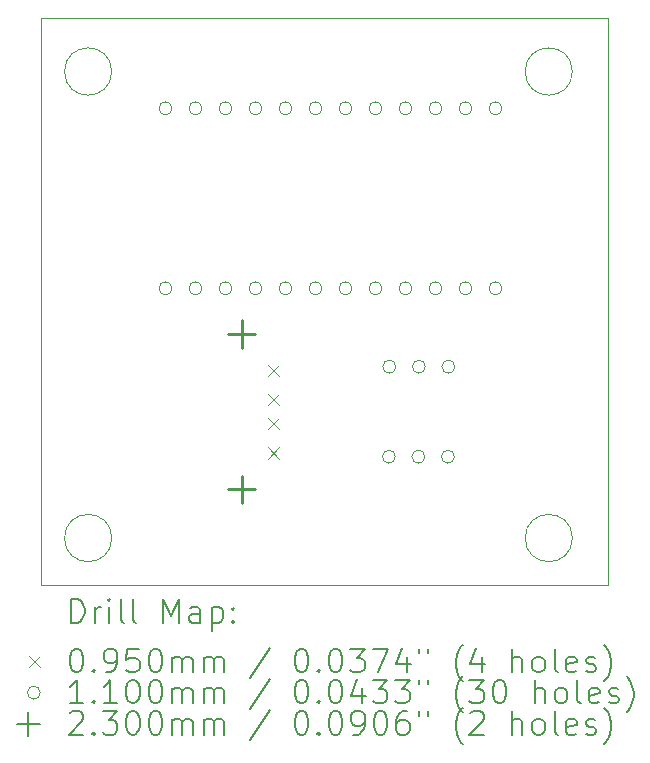
<source format=gbr>
%TF.GenerationSoftware,KiCad,Pcbnew,7.0.7*%
%TF.CreationDate,2023-11-15T19:42:13-08:00*%
%TF.ProjectId,servocontrollerproject,73657276-6f63-46f6-9e74-726f6c6c6572,rev?*%
%TF.SameCoordinates,Original*%
%TF.FileFunction,Drillmap*%
%TF.FilePolarity,Positive*%
%FSLAX45Y45*%
G04 Gerber Fmt 4.5, Leading zero omitted, Abs format (unit mm)*
G04 Created by KiCad (PCBNEW 7.0.7) date 2023-11-15 19:42:14*
%MOMM*%
%LPD*%
G01*
G04 APERTURE LIST*
%ADD10C,0.100000*%
%ADD11C,0.200000*%
%ADD12C,0.095000*%
%ADD13C,0.110000*%
%ADD14C,0.230000*%
G04 APERTURE END LIST*
D10*
X13550000Y-8100000D02*
X18350000Y-8100000D01*
X18350000Y-12900000D01*
X13550000Y-12900000D01*
X13550000Y-8100000D01*
X14150000Y-8550000D02*
G75*
G03*
X14150000Y-8550000I-200000J0D01*
G01*
X18050000Y-8550000D02*
G75*
G03*
X18050000Y-8550000I-200000J0D01*
G01*
X18050000Y-12500000D02*
G75*
G03*
X18050000Y-12500000I-200000J0D01*
G01*
X14150000Y-12500000D02*
G75*
G03*
X14150000Y-12500000I-200000J0D01*
G01*
D11*
D12*
X15474500Y-11032500D02*
X15569500Y-11127500D01*
X15569500Y-11032500D02*
X15474500Y-11127500D01*
X15474500Y-11282500D02*
X15569500Y-11377500D01*
X15569500Y-11282500D02*
X15474500Y-11377500D01*
X15474500Y-11482500D02*
X15569500Y-11577500D01*
X15569500Y-11482500D02*
X15474500Y-11577500D01*
X15474500Y-11732500D02*
X15569500Y-11827500D01*
X15569500Y-11732500D02*
X15474500Y-11827500D01*
D13*
X14660000Y-8861500D02*
G75*
G03*
X14660000Y-8861500I-55000J0D01*
G01*
X14660000Y-10385500D02*
G75*
G03*
X14660000Y-10385500I-55000J0D01*
G01*
X14914000Y-8861500D02*
G75*
G03*
X14914000Y-8861500I-55000J0D01*
G01*
X14914000Y-10385500D02*
G75*
G03*
X14914000Y-10385500I-55000J0D01*
G01*
X15168000Y-8861500D02*
G75*
G03*
X15168000Y-8861500I-55000J0D01*
G01*
X15168000Y-10385500D02*
G75*
G03*
X15168000Y-10385500I-55000J0D01*
G01*
X15422000Y-8861500D02*
G75*
G03*
X15422000Y-8861500I-55000J0D01*
G01*
X15422000Y-10385500D02*
G75*
G03*
X15422000Y-10385500I-55000J0D01*
G01*
X15676000Y-8861500D02*
G75*
G03*
X15676000Y-8861500I-55000J0D01*
G01*
X15676000Y-10385500D02*
G75*
G03*
X15676000Y-10385500I-55000J0D01*
G01*
X15930000Y-8861500D02*
G75*
G03*
X15930000Y-8861500I-55000J0D01*
G01*
X15930000Y-10385500D02*
G75*
G03*
X15930000Y-10385500I-55000J0D01*
G01*
X16184000Y-8861500D02*
G75*
G03*
X16184000Y-8861500I-55000J0D01*
G01*
X16184000Y-10385500D02*
G75*
G03*
X16184000Y-10385500I-55000J0D01*
G01*
X16438000Y-8861500D02*
G75*
G03*
X16438000Y-8861500I-55000J0D01*
G01*
X16438000Y-10385500D02*
G75*
G03*
X16438000Y-10385500I-55000J0D01*
G01*
X16551000Y-11811000D02*
G75*
G03*
X16551000Y-11811000I-55000J0D01*
G01*
X16555000Y-11049000D02*
G75*
G03*
X16555000Y-11049000I-55000J0D01*
G01*
X16692000Y-8861500D02*
G75*
G03*
X16692000Y-8861500I-55000J0D01*
G01*
X16692000Y-10385500D02*
G75*
G03*
X16692000Y-10385500I-55000J0D01*
G01*
X16801000Y-11811000D02*
G75*
G03*
X16801000Y-11811000I-55000J0D01*
G01*
X16805000Y-11049000D02*
G75*
G03*
X16805000Y-11049000I-55000J0D01*
G01*
X16946000Y-8861500D02*
G75*
G03*
X16946000Y-8861500I-55000J0D01*
G01*
X16946000Y-10385500D02*
G75*
G03*
X16946000Y-10385500I-55000J0D01*
G01*
X17051000Y-11811000D02*
G75*
G03*
X17051000Y-11811000I-55000J0D01*
G01*
X17055000Y-11049000D02*
G75*
G03*
X17055000Y-11049000I-55000J0D01*
G01*
X17200000Y-8861500D02*
G75*
G03*
X17200000Y-8861500I-55000J0D01*
G01*
X17200000Y-10385500D02*
G75*
G03*
X17200000Y-10385500I-55000J0D01*
G01*
X17454000Y-8861500D02*
G75*
G03*
X17454000Y-8861500I-55000J0D01*
G01*
X17454000Y-10385500D02*
G75*
G03*
X17454000Y-10385500I-55000J0D01*
G01*
D14*
X15251000Y-10658000D02*
X15251000Y-10888000D01*
X15136000Y-10773000D02*
X15366000Y-10773000D01*
X15251000Y-11972000D02*
X15251000Y-12202000D01*
X15136000Y-12087000D02*
X15366000Y-12087000D01*
D11*
X13805777Y-13216484D02*
X13805777Y-13016484D01*
X13805777Y-13016484D02*
X13853396Y-13016484D01*
X13853396Y-13016484D02*
X13881967Y-13026008D01*
X13881967Y-13026008D02*
X13901015Y-13045055D01*
X13901015Y-13045055D02*
X13910539Y-13064103D01*
X13910539Y-13064103D02*
X13920062Y-13102198D01*
X13920062Y-13102198D02*
X13920062Y-13130769D01*
X13920062Y-13130769D02*
X13910539Y-13168865D01*
X13910539Y-13168865D02*
X13901015Y-13187912D01*
X13901015Y-13187912D02*
X13881967Y-13206960D01*
X13881967Y-13206960D02*
X13853396Y-13216484D01*
X13853396Y-13216484D02*
X13805777Y-13216484D01*
X14005777Y-13216484D02*
X14005777Y-13083150D01*
X14005777Y-13121246D02*
X14015301Y-13102198D01*
X14015301Y-13102198D02*
X14024824Y-13092674D01*
X14024824Y-13092674D02*
X14043872Y-13083150D01*
X14043872Y-13083150D02*
X14062920Y-13083150D01*
X14129586Y-13216484D02*
X14129586Y-13083150D01*
X14129586Y-13016484D02*
X14120062Y-13026008D01*
X14120062Y-13026008D02*
X14129586Y-13035531D01*
X14129586Y-13035531D02*
X14139110Y-13026008D01*
X14139110Y-13026008D02*
X14129586Y-13016484D01*
X14129586Y-13016484D02*
X14129586Y-13035531D01*
X14253396Y-13216484D02*
X14234348Y-13206960D01*
X14234348Y-13206960D02*
X14224824Y-13187912D01*
X14224824Y-13187912D02*
X14224824Y-13016484D01*
X14358158Y-13216484D02*
X14339110Y-13206960D01*
X14339110Y-13206960D02*
X14329586Y-13187912D01*
X14329586Y-13187912D02*
X14329586Y-13016484D01*
X14586729Y-13216484D02*
X14586729Y-13016484D01*
X14586729Y-13016484D02*
X14653396Y-13159341D01*
X14653396Y-13159341D02*
X14720062Y-13016484D01*
X14720062Y-13016484D02*
X14720062Y-13216484D01*
X14901015Y-13216484D02*
X14901015Y-13111722D01*
X14901015Y-13111722D02*
X14891491Y-13092674D01*
X14891491Y-13092674D02*
X14872443Y-13083150D01*
X14872443Y-13083150D02*
X14834348Y-13083150D01*
X14834348Y-13083150D02*
X14815301Y-13092674D01*
X14901015Y-13206960D02*
X14881967Y-13216484D01*
X14881967Y-13216484D02*
X14834348Y-13216484D01*
X14834348Y-13216484D02*
X14815301Y-13206960D01*
X14815301Y-13206960D02*
X14805777Y-13187912D01*
X14805777Y-13187912D02*
X14805777Y-13168865D01*
X14805777Y-13168865D02*
X14815301Y-13149817D01*
X14815301Y-13149817D02*
X14834348Y-13140293D01*
X14834348Y-13140293D02*
X14881967Y-13140293D01*
X14881967Y-13140293D02*
X14901015Y-13130769D01*
X14996253Y-13083150D02*
X14996253Y-13283150D01*
X14996253Y-13092674D02*
X15015301Y-13083150D01*
X15015301Y-13083150D02*
X15053396Y-13083150D01*
X15053396Y-13083150D02*
X15072443Y-13092674D01*
X15072443Y-13092674D02*
X15081967Y-13102198D01*
X15081967Y-13102198D02*
X15091491Y-13121246D01*
X15091491Y-13121246D02*
X15091491Y-13178388D01*
X15091491Y-13178388D02*
X15081967Y-13197436D01*
X15081967Y-13197436D02*
X15072443Y-13206960D01*
X15072443Y-13206960D02*
X15053396Y-13216484D01*
X15053396Y-13216484D02*
X15015301Y-13216484D01*
X15015301Y-13216484D02*
X14996253Y-13206960D01*
X15177205Y-13197436D02*
X15186729Y-13206960D01*
X15186729Y-13206960D02*
X15177205Y-13216484D01*
X15177205Y-13216484D02*
X15167682Y-13206960D01*
X15167682Y-13206960D02*
X15177205Y-13197436D01*
X15177205Y-13197436D02*
X15177205Y-13216484D01*
X15177205Y-13092674D02*
X15186729Y-13102198D01*
X15186729Y-13102198D02*
X15177205Y-13111722D01*
X15177205Y-13111722D02*
X15167682Y-13102198D01*
X15167682Y-13102198D02*
X15177205Y-13092674D01*
X15177205Y-13092674D02*
X15177205Y-13111722D01*
D12*
X13450000Y-13497500D02*
X13545000Y-13592500D01*
X13545000Y-13497500D02*
X13450000Y-13592500D01*
D11*
X13843872Y-13436484D02*
X13862920Y-13436484D01*
X13862920Y-13436484D02*
X13881967Y-13446008D01*
X13881967Y-13446008D02*
X13891491Y-13455531D01*
X13891491Y-13455531D02*
X13901015Y-13474579D01*
X13901015Y-13474579D02*
X13910539Y-13512674D01*
X13910539Y-13512674D02*
X13910539Y-13560293D01*
X13910539Y-13560293D02*
X13901015Y-13598388D01*
X13901015Y-13598388D02*
X13891491Y-13617436D01*
X13891491Y-13617436D02*
X13881967Y-13626960D01*
X13881967Y-13626960D02*
X13862920Y-13636484D01*
X13862920Y-13636484D02*
X13843872Y-13636484D01*
X13843872Y-13636484D02*
X13824824Y-13626960D01*
X13824824Y-13626960D02*
X13815301Y-13617436D01*
X13815301Y-13617436D02*
X13805777Y-13598388D01*
X13805777Y-13598388D02*
X13796253Y-13560293D01*
X13796253Y-13560293D02*
X13796253Y-13512674D01*
X13796253Y-13512674D02*
X13805777Y-13474579D01*
X13805777Y-13474579D02*
X13815301Y-13455531D01*
X13815301Y-13455531D02*
X13824824Y-13446008D01*
X13824824Y-13446008D02*
X13843872Y-13436484D01*
X13996253Y-13617436D02*
X14005777Y-13626960D01*
X14005777Y-13626960D02*
X13996253Y-13636484D01*
X13996253Y-13636484D02*
X13986729Y-13626960D01*
X13986729Y-13626960D02*
X13996253Y-13617436D01*
X13996253Y-13617436D02*
X13996253Y-13636484D01*
X14101015Y-13636484D02*
X14139110Y-13636484D01*
X14139110Y-13636484D02*
X14158158Y-13626960D01*
X14158158Y-13626960D02*
X14167682Y-13617436D01*
X14167682Y-13617436D02*
X14186729Y-13588865D01*
X14186729Y-13588865D02*
X14196253Y-13550769D01*
X14196253Y-13550769D02*
X14196253Y-13474579D01*
X14196253Y-13474579D02*
X14186729Y-13455531D01*
X14186729Y-13455531D02*
X14177205Y-13446008D01*
X14177205Y-13446008D02*
X14158158Y-13436484D01*
X14158158Y-13436484D02*
X14120062Y-13436484D01*
X14120062Y-13436484D02*
X14101015Y-13446008D01*
X14101015Y-13446008D02*
X14091491Y-13455531D01*
X14091491Y-13455531D02*
X14081967Y-13474579D01*
X14081967Y-13474579D02*
X14081967Y-13522198D01*
X14081967Y-13522198D02*
X14091491Y-13541246D01*
X14091491Y-13541246D02*
X14101015Y-13550769D01*
X14101015Y-13550769D02*
X14120062Y-13560293D01*
X14120062Y-13560293D02*
X14158158Y-13560293D01*
X14158158Y-13560293D02*
X14177205Y-13550769D01*
X14177205Y-13550769D02*
X14186729Y-13541246D01*
X14186729Y-13541246D02*
X14196253Y-13522198D01*
X14377205Y-13436484D02*
X14281967Y-13436484D01*
X14281967Y-13436484D02*
X14272443Y-13531722D01*
X14272443Y-13531722D02*
X14281967Y-13522198D01*
X14281967Y-13522198D02*
X14301015Y-13512674D01*
X14301015Y-13512674D02*
X14348634Y-13512674D01*
X14348634Y-13512674D02*
X14367682Y-13522198D01*
X14367682Y-13522198D02*
X14377205Y-13531722D01*
X14377205Y-13531722D02*
X14386729Y-13550769D01*
X14386729Y-13550769D02*
X14386729Y-13598388D01*
X14386729Y-13598388D02*
X14377205Y-13617436D01*
X14377205Y-13617436D02*
X14367682Y-13626960D01*
X14367682Y-13626960D02*
X14348634Y-13636484D01*
X14348634Y-13636484D02*
X14301015Y-13636484D01*
X14301015Y-13636484D02*
X14281967Y-13626960D01*
X14281967Y-13626960D02*
X14272443Y-13617436D01*
X14510539Y-13436484D02*
X14529586Y-13436484D01*
X14529586Y-13436484D02*
X14548634Y-13446008D01*
X14548634Y-13446008D02*
X14558158Y-13455531D01*
X14558158Y-13455531D02*
X14567682Y-13474579D01*
X14567682Y-13474579D02*
X14577205Y-13512674D01*
X14577205Y-13512674D02*
X14577205Y-13560293D01*
X14577205Y-13560293D02*
X14567682Y-13598388D01*
X14567682Y-13598388D02*
X14558158Y-13617436D01*
X14558158Y-13617436D02*
X14548634Y-13626960D01*
X14548634Y-13626960D02*
X14529586Y-13636484D01*
X14529586Y-13636484D02*
X14510539Y-13636484D01*
X14510539Y-13636484D02*
X14491491Y-13626960D01*
X14491491Y-13626960D02*
X14481967Y-13617436D01*
X14481967Y-13617436D02*
X14472443Y-13598388D01*
X14472443Y-13598388D02*
X14462920Y-13560293D01*
X14462920Y-13560293D02*
X14462920Y-13512674D01*
X14462920Y-13512674D02*
X14472443Y-13474579D01*
X14472443Y-13474579D02*
X14481967Y-13455531D01*
X14481967Y-13455531D02*
X14491491Y-13446008D01*
X14491491Y-13446008D02*
X14510539Y-13436484D01*
X14662920Y-13636484D02*
X14662920Y-13503150D01*
X14662920Y-13522198D02*
X14672443Y-13512674D01*
X14672443Y-13512674D02*
X14691491Y-13503150D01*
X14691491Y-13503150D02*
X14720063Y-13503150D01*
X14720063Y-13503150D02*
X14739110Y-13512674D01*
X14739110Y-13512674D02*
X14748634Y-13531722D01*
X14748634Y-13531722D02*
X14748634Y-13636484D01*
X14748634Y-13531722D02*
X14758158Y-13512674D01*
X14758158Y-13512674D02*
X14777205Y-13503150D01*
X14777205Y-13503150D02*
X14805777Y-13503150D01*
X14805777Y-13503150D02*
X14824824Y-13512674D01*
X14824824Y-13512674D02*
X14834348Y-13531722D01*
X14834348Y-13531722D02*
X14834348Y-13636484D01*
X14929586Y-13636484D02*
X14929586Y-13503150D01*
X14929586Y-13522198D02*
X14939110Y-13512674D01*
X14939110Y-13512674D02*
X14958158Y-13503150D01*
X14958158Y-13503150D02*
X14986729Y-13503150D01*
X14986729Y-13503150D02*
X15005777Y-13512674D01*
X15005777Y-13512674D02*
X15015301Y-13531722D01*
X15015301Y-13531722D02*
X15015301Y-13636484D01*
X15015301Y-13531722D02*
X15024824Y-13512674D01*
X15024824Y-13512674D02*
X15043872Y-13503150D01*
X15043872Y-13503150D02*
X15072443Y-13503150D01*
X15072443Y-13503150D02*
X15091491Y-13512674D01*
X15091491Y-13512674D02*
X15101015Y-13531722D01*
X15101015Y-13531722D02*
X15101015Y-13636484D01*
X15491491Y-13426960D02*
X15320063Y-13684103D01*
X15748634Y-13436484D02*
X15767682Y-13436484D01*
X15767682Y-13436484D02*
X15786729Y-13446008D01*
X15786729Y-13446008D02*
X15796253Y-13455531D01*
X15796253Y-13455531D02*
X15805777Y-13474579D01*
X15805777Y-13474579D02*
X15815301Y-13512674D01*
X15815301Y-13512674D02*
X15815301Y-13560293D01*
X15815301Y-13560293D02*
X15805777Y-13598388D01*
X15805777Y-13598388D02*
X15796253Y-13617436D01*
X15796253Y-13617436D02*
X15786729Y-13626960D01*
X15786729Y-13626960D02*
X15767682Y-13636484D01*
X15767682Y-13636484D02*
X15748634Y-13636484D01*
X15748634Y-13636484D02*
X15729586Y-13626960D01*
X15729586Y-13626960D02*
X15720063Y-13617436D01*
X15720063Y-13617436D02*
X15710539Y-13598388D01*
X15710539Y-13598388D02*
X15701015Y-13560293D01*
X15701015Y-13560293D02*
X15701015Y-13512674D01*
X15701015Y-13512674D02*
X15710539Y-13474579D01*
X15710539Y-13474579D02*
X15720063Y-13455531D01*
X15720063Y-13455531D02*
X15729586Y-13446008D01*
X15729586Y-13446008D02*
X15748634Y-13436484D01*
X15901015Y-13617436D02*
X15910539Y-13626960D01*
X15910539Y-13626960D02*
X15901015Y-13636484D01*
X15901015Y-13636484D02*
X15891491Y-13626960D01*
X15891491Y-13626960D02*
X15901015Y-13617436D01*
X15901015Y-13617436D02*
X15901015Y-13636484D01*
X16034348Y-13436484D02*
X16053396Y-13436484D01*
X16053396Y-13436484D02*
X16072444Y-13446008D01*
X16072444Y-13446008D02*
X16081967Y-13455531D01*
X16081967Y-13455531D02*
X16091491Y-13474579D01*
X16091491Y-13474579D02*
X16101015Y-13512674D01*
X16101015Y-13512674D02*
X16101015Y-13560293D01*
X16101015Y-13560293D02*
X16091491Y-13598388D01*
X16091491Y-13598388D02*
X16081967Y-13617436D01*
X16081967Y-13617436D02*
X16072444Y-13626960D01*
X16072444Y-13626960D02*
X16053396Y-13636484D01*
X16053396Y-13636484D02*
X16034348Y-13636484D01*
X16034348Y-13636484D02*
X16015301Y-13626960D01*
X16015301Y-13626960D02*
X16005777Y-13617436D01*
X16005777Y-13617436D02*
X15996253Y-13598388D01*
X15996253Y-13598388D02*
X15986729Y-13560293D01*
X15986729Y-13560293D02*
X15986729Y-13512674D01*
X15986729Y-13512674D02*
X15996253Y-13474579D01*
X15996253Y-13474579D02*
X16005777Y-13455531D01*
X16005777Y-13455531D02*
X16015301Y-13446008D01*
X16015301Y-13446008D02*
X16034348Y-13436484D01*
X16167682Y-13436484D02*
X16291491Y-13436484D01*
X16291491Y-13436484D02*
X16224825Y-13512674D01*
X16224825Y-13512674D02*
X16253396Y-13512674D01*
X16253396Y-13512674D02*
X16272444Y-13522198D01*
X16272444Y-13522198D02*
X16281967Y-13531722D01*
X16281967Y-13531722D02*
X16291491Y-13550769D01*
X16291491Y-13550769D02*
X16291491Y-13598388D01*
X16291491Y-13598388D02*
X16281967Y-13617436D01*
X16281967Y-13617436D02*
X16272444Y-13626960D01*
X16272444Y-13626960D02*
X16253396Y-13636484D01*
X16253396Y-13636484D02*
X16196253Y-13636484D01*
X16196253Y-13636484D02*
X16177206Y-13626960D01*
X16177206Y-13626960D02*
X16167682Y-13617436D01*
X16358158Y-13436484D02*
X16491491Y-13436484D01*
X16491491Y-13436484D02*
X16405777Y-13636484D01*
X16653396Y-13503150D02*
X16653396Y-13636484D01*
X16605777Y-13426960D02*
X16558158Y-13569817D01*
X16558158Y-13569817D02*
X16681967Y-13569817D01*
X16748634Y-13436484D02*
X16748634Y-13474579D01*
X16824825Y-13436484D02*
X16824825Y-13474579D01*
X17120063Y-13712674D02*
X17110539Y-13703150D01*
X17110539Y-13703150D02*
X17091491Y-13674579D01*
X17091491Y-13674579D02*
X17081968Y-13655531D01*
X17081968Y-13655531D02*
X17072444Y-13626960D01*
X17072444Y-13626960D02*
X17062920Y-13579341D01*
X17062920Y-13579341D02*
X17062920Y-13541246D01*
X17062920Y-13541246D02*
X17072444Y-13493627D01*
X17072444Y-13493627D02*
X17081968Y-13465055D01*
X17081968Y-13465055D02*
X17091491Y-13446008D01*
X17091491Y-13446008D02*
X17110539Y-13417436D01*
X17110539Y-13417436D02*
X17120063Y-13407912D01*
X17281968Y-13503150D02*
X17281968Y-13636484D01*
X17234349Y-13426960D02*
X17186730Y-13569817D01*
X17186730Y-13569817D02*
X17310539Y-13569817D01*
X17539111Y-13636484D02*
X17539111Y-13436484D01*
X17624825Y-13636484D02*
X17624825Y-13531722D01*
X17624825Y-13531722D02*
X17615301Y-13512674D01*
X17615301Y-13512674D02*
X17596253Y-13503150D01*
X17596253Y-13503150D02*
X17567682Y-13503150D01*
X17567682Y-13503150D02*
X17548634Y-13512674D01*
X17548634Y-13512674D02*
X17539111Y-13522198D01*
X17748634Y-13636484D02*
X17729587Y-13626960D01*
X17729587Y-13626960D02*
X17720063Y-13617436D01*
X17720063Y-13617436D02*
X17710539Y-13598388D01*
X17710539Y-13598388D02*
X17710539Y-13541246D01*
X17710539Y-13541246D02*
X17720063Y-13522198D01*
X17720063Y-13522198D02*
X17729587Y-13512674D01*
X17729587Y-13512674D02*
X17748634Y-13503150D01*
X17748634Y-13503150D02*
X17777206Y-13503150D01*
X17777206Y-13503150D02*
X17796253Y-13512674D01*
X17796253Y-13512674D02*
X17805777Y-13522198D01*
X17805777Y-13522198D02*
X17815301Y-13541246D01*
X17815301Y-13541246D02*
X17815301Y-13598388D01*
X17815301Y-13598388D02*
X17805777Y-13617436D01*
X17805777Y-13617436D02*
X17796253Y-13626960D01*
X17796253Y-13626960D02*
X17777206Y-13636484D01*
X17777206Y-13636484D02*
X17748634Y-13636484D01*
X17929587Y-13636484D02*
X17910539Y-13626960D01*
X17910539Y-13626960D02*
X17901015Y-13607912D01*
X17901015Y-13607912D02*
X17901015Y-13436484D01*
X18081968Y-13626960D02*
X18062920Y-13636484D01*
X18062920Y-13636484D02*
X18024825Y-13636484D01*
X18024825Y-13636484D02*
X18005777Y-13626960D01*
X18005777Y-13626960D02*
X17996253Y-13607912D01*
X17996253Y-13607912D02*
X17996253Y-13531722D01*
X17996253Y-13531722D02*
X18005777Y-13512674D01*
X18005777Y-13512674D02*
X18024825Y-13503150D01*
X18024825Y-13503150D02*
X18062920Y-13503150D01*
X18062920Y-13503150D02*
X18081968Y-13512674D01*
X18081968Y-13512674D02*
X18091492Y-13531722D01*
X18091492Y-13531722D02*
X18091492Y-13550769D01*
X18091492Y-13550769D02*
X17996253Y-13569817D01*
X18167682Y-13626960D02*
X18186730Y-13636484D01*
X18186730Y-13636484D02*
X18224825Y-13636484D01*
X18224825Y-13636484D02*
X18243873Y-13626960D01*
X18243873Y-13626960D02*
X18253396Y-13607912D01*
X18253396Y-13607912D02*
X18253396Y-13598388D01*
X18253396Y-13598388D02*
X18243873Y-13579341D01*
X18243873Y-13579341D02*
X18224825Y-13569817D01*
X18224825Y-13569817D02*
X18196253Y-13569817D01*
X18196253Y-13569817D02*
X18177206Y-13560293D01*
X18177206Y-13560293D02*
X18167682Y-13541246D01*
X18167682Y-13541246D02*
X18167682Y-13531722D01*
X18167682Y-13531722D02*
X18177206Y-13512674D01*
X18177206Y-13512674D02*
X18196253Y-13503150D01*
X18196253Y-13503150D02*
X18224825Y-13503150D01*
X18224825Y-13503150D02*
X18243873Y-13512674D01*
X18320063Y-13712674D02*
X18329587Y-13703150D01*
X18329587Y-13703150D02*
X18348634Y-13674579D01*
X18348634Y-13674579D02*
X18358158Y-13655531D01*
X18358158Y-13655531D02*
X18367682Y-13626960D01*
X18367682Y-13626960D02*
X18377206Y-13579341D01*
X18377206Y-13579341D02*
X18377206Y-13541246D01*
X18377206Y-13541246D02*
X18367682Y-13493627D01*
X18367682Y-13493627D02*
X18358158Y-13465055D01*
X18358158Y-13465055D02*
X18348634Y-13446008D01*
X18348634Y-13446008D02*
X18329587Y-13417436D01*
X18329587Y-13417436D02*
X18320063Y-13407912D01*
D13*
X13545000Y-13809000D02*
G75*
G03*
X13545000Y-13809000I-55000J0D01*
G01*
D11*
X13910539Y-13900484D02*
X13796253Y-13900484D01*
X13853396Y-13900484D02*
X13853396Y-13700484D01*
X13853396Y-13700484D02*
X13834348Y-13729055D01*
X13834348Y-13729055D02*
X13815301Y-13748103D01*
X13815301Y-13748103D02*
X13796253Y-13757627D01*
X13996253Y-13881436D02*
X14005777Y-13890960D01*
X14005777Y-13890960D02*
X13996253Y-13900484D01*
X13996253Y-13900484D02*
X13986729Y-13890960D01*
X13986729Y-13890960D02*
X13996253Y-13881436D01*
X13996253Y-13881436D02*
X13996253Y-13900484D01*
X14196253Y-13900484D02*
X14081967Y-13900484D01*
X14139110Y-13900484D02*
X14139110Y-13700484D01*
X14139110Y-13700484D02*
X14120062Y-13729055D01*
X14120062Y-13729055D02*
X14101015Y-13748103D01*
X14101015Y-13748103D02*
X14081967Y-13757627D01*
X14320062Y-13700484D02*
X14339110Y-13700484D01*
X14339110Y-13700484D02*
X14358158Y-13710008D01*
X14358158Y-13710008D02*
X14367682Y-13719531D01*
X14367682Y-13719531D02*
X14377205Y-13738579D01*
X14377205Y-13738579D02*
X14386729Y-13776674D01*
X14386729Y-13776674D02*
X14386729Y-13824293D01*
X14386729Y-13824293D02*
X14377205Y-13862388D01*
X14377205Y-13862388D02*
X14367682Y-13881436D01*
X14367682Y-13881436D02*
X14358158Y-13890960D01*
X14358158Y-13890960D02*
X14339110Y-13900484D01*
X14339110Y-13900484D02*
X14320062Y-13900484D01*
X14320062Y-13900484D02*
X14301015Y-13890960D01*
X14301015Y-13890960D02*
X14291491Y-13881436D01*
X14291491Y-13881436D02*
X14281967Y-13862388D01*
X14281967Y-13862388D02*
X14272443Y-13824293D01*
X14272443Y-13824293D02*
X14272443Y-13776674D01*
X14272443Y-13776674D02*
X14281967Y-13738579D01*
X14281967Y-13738579D02*
X14291491Y-13719531D01*
X14291491Y-13719531D02*
X14301015Y-13710008D01*
X14301015Y-13710008D02*
X14320062Y-13700484D01*
X14510539Y-13700484D02*
X14529586Y-13700484D01*
X14529586Y-13700484D02*
X14548634Y-13710008D01*
X14548634Y-13710008D02*
X14558158Y-13719531D01*
X14558158Y-13719531D02*
X14567682Y-13738579D01*
X14567682Y-13738579D02*
X14577205Y-13776674D01*
X14577205Y-13776674D02*
X14577205Y-13824293D01*
X14577205Y-13824293D02*
X14567682Y-13862388D01*
X14567682Y-13862388D02*
X14558158Y-13881436D01*
X14558158Y-13881436D02*
X14548634Y-13890960D01*
X14548634Y-13890960D02*
X14529586Y-13900484D01*
X14529586Y-13900484D02*
X14510539Y-13900484D01*
X14510539Y-13900484D02*
X14491491Y-13890960D01*
X14491491Y-13890960D02*
X14481967Y-13881436D01*
X14481967Y-13881436D02*
X14472443Y-13862388D01*
X14472443Y-13862388D02*
X14462920Y-13824293D01*
X14462920Y-13824293D02*
X14462920Y-13776674D01*
X14462920Y-13776674D02*
X14472443Y-13738579D01*
X14472443Y-13738579D02*
X14481967Y-13719531D01*
X14481967Y-13719531D02*
X14491491Y-13710008D01*
X14491491Y-13710008D02*
X14510539Y-13700484D01*
X14662920Y-13900484D02*
X14662920Y-13767150D01*
X14662920Y-13786198D02*
X14672443Y-13776674D01*
X14672443Y-13776674D02*
X14691491Y-13767150D01*
X14691491Y-13767150D02*
X14720063Y-13767150D01*
X14720063Y-13767150D02*
X14739110Y-13776674D01*
X14739110Y-13776674D02*
X14748634Y-13795722D01*
X14748634Y-13795722D02*
X14748634Y-13900484D01*
X14748634Y-13795722D02*
X14758158Y-13776674D01*
X14758158Y-13776674D02*
X14777205Y-13767150D01*
X14777205Y-13767150D02*
X14805777Y-13767150D01*
X14805777Y-13767150D02*
X14824824Y-13776674D01*
X14824824Y-13776674D02*
X14834348Y-13795722D01*
X14834348Y-13795722D02*
X14834348Y-13900484D01*
X14929586Y-13900484D02*
X14929586Y-13767150D01*
X14929586Y-13786198D02*
X14939110Y-13776674D01*
X14939110Y-13776674D02*
X14958158Y-13767150D01*
X14958158Y-13767150D02*
X14986729Y-13767150D01*
X14986729Y-13767150D02*
X15005777Y-13776674D01*
X15005777Y-13776674D02*
X15015301Y-13795722D01*
X15015301Y-13795722D02*
X15015301Y-13900484D01*
X15015301Y-13795722D02*
X15024824Y-13776674D01*
X15024824Y-13776674D02*
X15043872Y-13767150D01*
X15043872Y-13767150D02*
X15072443Y-13767150D01*
X15072443Y-13767150D02*
X15091491Y-13776674D01*
X15091491Y-13776674D02*
X15101015Y-13795722D01*
X15101015Y-13795722D02*
X15101015Y-13900484D01*
X15491491Y-13690960D02*
X15320063Y-13948103D01*
X15748634Y-13700484D02*
X15767682Y-13700484D01*
X15767682Y-13700484D02*
X15786729Y-13710008D01*
X15786729Y-13710008D02*
X15796253Y-13719531D01*
X15796253Y-13719531D02*
X15805777Y-13738579D01*
X15805777Y-13738579D02*
X15815301Y-13776674D01*
X15815301Y-13776674D02*
X15815301Y-13824293D01*
X15815301Y-13824293D02*
X15805777Y-13862388D01*
X15805777Y-13862388D02*
X15796253Y-13881436D01*
X15796253Y-13881436D02*
X15786729Y-13890960D01*
X15786729Y-13890960D02*
X15767682Y-13900484D01*
X15767682Y-13900484D02*
X15748634Y-13900484D01*
X15748634Y-13900484D02*
X15729586Y-13890960D01*
X15729586Y-13890960D02*
X15720063Y-13881436D01*
X15720063Y-13881436D02*
X15710539Y-13862388D01*
X15710539Y-13862388D02*
X15701015Y-13824293D01*
X15701015Y-13824293D02*
X15701015Y-13776674D01*
X15701015Y-13776674D02*
X15710539Y-13738579D01*
X15710539Y-13738579D02*
X15720063Y-13719531D01*
X15720063Y-13719531D02*
X15729586Y-13710008D01*
X15729586Y-13710008D02*
X15748634Y-13700484D01*
X15901015Y-13881436D02*
X15910539Y-13890960D01*
X15910539Y-13890960D02*
X15901015Y-13900484D01*
X15901015Y-13900484D02*
X15891491Y-13890960D01*
X15891491Y-13890960D02*
X15901015Y-13881436D01*
X15901015Y-13881436D02*
X15901015Y-13900484D01*
X16034348Y-13700484D02*
X16053396Y-13700484D01*
X16053396Y-13700484D02*
X16072444Y-13710008D01*
X16072444Y-13710008D02*
X16081967Y-13719531D01*
X16081967Y-13719531D02*
X16091491Y-13738579D01*
X16091491Y-13738579D02*
X16101015Y-13776674D01*
X16101015Y-13776674D02*
X16101015Y-13824293D01*
X16101015Y-13824293D02*
X16091491Y-13862388D01*
X16091491Y-13862388D02*
X16081967Y-13881436D01*
X16081967Y-13881436D02*
X16072444Y-13890960D01*
X16072444Y-13890960D02*
X16053396Y-13900484D01*
X16053396Y-13900484D02*
X16034348Y-13900484D01*
X16034348Y-13900484D02*
X16015301Y-13890960D01*
X16015301Y-13890960D02*
X16005777Y-13881436D01*
X16005777Y-13881436D02*
X15996253Y-13862388D01*
X15996253Y-13862388D02*
X15986729Y-13824293D01*
X15986729Y-13824293D02*
X15986729Y-13776674D01*
X15986729Y-13776674D02*
X15996253Y-13738579D01*
X15996253Y-13738579D02*
X16005777Y-13719531D01*
X16005777Y-13719531D02*
X16015301Y-13710008D01*
X16015301Y-13710008D02*
X16034348Y-13700484D01*
X16272444Y-13767150D02*
X16272444Y-13900484D01*
X16224825Y-13690960D02*
X16177206Y-13833817D01*
X16177206Y-13833817D02*
X16301015Y-13833817D01*
X16358158Y-13700484D02*
X16481967Y-13700484D01*
X16481967Y-13700484D02*
X16415301Y-13776674D01*
X16415301Y-13776674D02*
X16443872Y-13776674D01*
X16443872Y-13776674D02*
X16462920Y-13786198D01*
X16462920Y-13786198D02*
X16472444Y-13795722D01*
X16472444Y-13795722D02*
X16481967Y-13814769D01*
X16481967Y-13814769D02*
X16481967Y-13862388D01*
X16481967Y-13862388D02*
X16472444Y-13881436D01*
X16472444Y-13881436D02*
X16462920Y-13890960D01*
X16462920Y-13890960D02*
X16443872Y-13900484D01*
X16443872Y-13900484D02*
X16386729Y-13900484D01*
X16386729Y-13900484D02*
X16367682Y-13890960D01*
X16367682Y-13890960D02*
X16358158Y-13881436D01*
X16548634Y-13700484D02*
X16672444Y-13700484D01*
X16672444Y-13700484D02*
X16605777Y-13776674D01*
X16605777Y-13776674D02*
X16634348Y-13776674D01*
X16634348Y-13776674D02*
X16653396Y-13786198D01*
X16653396Y-13786198D02*
X16662920Y-13795722D01*
X16662920Y-13795722D02*
X16672444Y-13814769D01*
X16672444Y-13814769D02*
X16672444Y-13862388D01*
X16672444Y-13862388D02*
X16662920Y-13881436D01*
X16662920Y-13881436D02*
X16653396Y-13890960D01*
X16653396Y-13890960D02*
X16634348Y-13900484D01*
X16634348Y-13900484D02*
X16577206Y-13900484D01*
X16577206Y-13900484D02*
X16558158Y-13890960D01*
X16558158Y-13890960D02*
X16548634Y-13881436D01*
X16748634Y-13700484D02*
X16748634Y-13738579D01*
X16824825Y-13700484D02*
X16824825Y-13738579D01*
X17120063Y-13976674D02*
X17110539Y-13967150D01*
X17110539Y-13967150D02*
X17091491Y-13938579D01*
X17091491Y-13938579D02*
X17081968Y-13919531D01*
X17081968Y-13919531D02*
X17072444Y-13890960D01*
X17072444Y-13890960D02*
X17062920Y-13843341D01*
X17062920Y-13843341D02*
X17062920Y-13805246D01*
X17062920Y-13805246D02*
X17072444Y-13757627D01*
X17072444Y-13757627D02*
X17081968Y-13729055D01*
X17081968Y-13729055D02*
X17091491Y-13710008D01*
X17091491Y-13710008D02*
X17110539Y-13681436D01*
X17110539Y-13681436D02*
X17120063Y-13671912D01*
X17177206Y-13700484D02*
X17301015Y-13700484D01*
X17301015Y-13700484D02*
X17234349Y-13776674D01*
X17234349Y-13776674D02*
X17262920Y-13776674D01*
X17262920Y-13776674D02*
X17281968Y-13786198D01*
X17281968Y-13786198D02*
X17291491Y-13795722D01*
X17291491Y-13795722D02*
X17301015Y-13814769D01*
X17301015Y-13814769D02*
X17301015Y-13862388D01*
X17301015Y-13862388D02*
X17291491Y-13881436D01*
X17291491Y-13881436D02*
X17281968Y-13890960D01*
X17281968Y-13890960D02*
X17262920Y-13900484D01*
X17262920Y-13900484D02*
X17205777Y-13900484D01*
X17205777Y-13900484D02*
X17186730Y-13890960D01*
X17186730Y-13890960D02*
X17177206Y-13881436D01*
X17424825Y-13700484D02*
X17443872Y-13700484D01*
X17443872Y-13700484D02*
X17462920Y-13710008D01*
X17462920Y-13710008D02*
X17472444Y-13719531D01*
X17472444Y-13719531D02*
X17481968Y-13738579D01*
X17481968Y-13738579D02*
X17491491Y-13776674D01*
X17491491Y-13776674D02*
X17491491Y-13824293D01*
X17491491Y-13824293D02*
X17481968Y-13862388D01*
X17481968Y-13862388D02*
X17472444Y-13881436D01*
X17472444Y-13881436D02*
X17462920Y-13890960D01*
X17462920Y-13890960D02*
X17443872Y-13900484D01*
X17443872Y-13900484D02*
X17424825Y-13900484D01*
X17424825Y-13900484D02*
X17405777Y-13890960D01*
X17405777Y-13890960D02*
X17396253Y-13881436D01*
X17396253Y-13881436D02*
X17386730Y-13862388D01*
X17386730Y-13862388D02*
X17377206Y-13824293D01*
X17377206Y-13824293D02*
X17377206Y-13776674D01*
X17377206Y-13776674D02*
X17386730Y-13738579D01*
X17386730Y-13738579D02*
X17396253Y-13719531D01*
X17396253Y-13719531D02*
X17405777Y-13710008D01*
X17405777Y-13710008D02*
X17424825Y-13700484D01*
X17729587Y-13900484D02*
X17729587Y-13700484D01*
X17815301Y-13900484D02*
X17815301Y-13795722D01*
X17815301Y-13795722D02*
X17805777Y-13776674D01*
X17805777Y-13776674D02*
X17786730Y-13767150D01*
X17786730Y-13767150D02*
X17758158Y-13767150D01*
X17758158Y-13767150D02*
X17739111Y-13776674D01*
X17739111Y-13776674D02*
X17729587Y-13786198D01*
X17939111Y-13900484D02*
X17920063Y-13890960D01*
X17920063Y-13890960D02*
X17910539Y-13881436D01*
X17910539Y-13881436D02*
X17901015Y-13862388D01*
X17901015Y-13862388D02*
X17901015Y-13805246D01*
X17901015Y-13805246D02*
X17910539Y-13786198D01*
X17910539Y-13786198D02*
X17920063Y-13776674D01*
X17920063Y-13776674D02*
X17939111Y-13767150D01*
X17939111Y-13767150D02*
X17967682Y-13767150D01*
X17967682Y-13767150D02*
X17986730Y-13776674D01*
X17986730Y-13776674D02*
X17996253Y-13786198D01*
X17996253Y-13786198D02*
X18005777Y-13805246D01*
X18005777Y-13805246D02*
X18005777Y-13862388D01*
X18005777Y-13862388D02*
X17996253Y-13881436D01*
X17996253Y-13881436D02*
X17986730Y-13890960D01*
X17986730Y-13890960D02*
X17967682Y-13900484D01*
X17967682Y-13900484D02*
X17939111Y-13900484D01*
X18120063Y-13900484D02*
X18101015Y-13890960D01*
X18101015Y-13890960D02*
X18091492Y-13871912D01*
X18091492Y-13871912D02*
X18091492Y-13700484D01*
X18272444Y-13890960D02*
X18253396Y-13900484D01*
X18253396Y-13900484D02*
X18215301Y-13900484D01*
X18215301Y-13900484D02*
X18196253Y-13890960D01*
X18196253Y-13890960D02*
X18186730Y-13871912D01*
X18186730Y-13871912D02*
X18186730Y-13795722D01*
X18186730Y-13795722D02*
X18196253Y-13776674D01*
X18196253Y-13776674D02*
X18215301Y-13767150D01*
X18215301Y-13767150D02*
X18253396Y-13767150D01*
X18253396Y-13767150D02*
X18272444Y-13776674D01*
X18272444Y-13776674D02*
X18281968Y-13795722D01*
X18281968Y-13795722D02*
X18281968Y-13814769D01*
X18281968Y-13814769D02*
X18186730Y-13833817D01*
X18358158Y-13890960D02*
X18377206Y-13900484D01*
X18377206Y-13900484D02*
X18415301Y-13900484D01*
X18415301Y-13900484D02*
X18434349Y-13890960D01*
X18434349Y-13890960D02*
X18443873Y-13871912D01*
X18443873Y-13871912D02*
X18443873Y-13862388D01*
X18443873Y-13862388D02*
X18434349Y-13843341D01*
X18434349Y-13843341D02*
X18415301Y-13833817D01*
X18415301Y-13833817D02*
X18386730Y-13833817D01*
X18386730Y-13833817D02*
X18367682Y-13824293D01*
X18367682Y-13824293D02*
X18358158Y-13805246D01*
X18358158Y-13805246D02*
X18358158Y-13795722D01*
X18358158Y-13795722D02*
X18367682Y-13776674D01*
X18367682Y-13776674D02*
X18386730Y-13767150D01*
X18386730Y-13767150D02*
X18415301Y-13767150D01*
X18415301Y-13767150D02*
X18434349Y-13776674D01*
X18510539Y-13976674D02*
X18520063Y-13967150D01*
X18520063Y-13967150D02*
X18539111Y-13938579D01*
X18539111Y-13938579D02*
X18548634Y-13919531D01*
X18548634Y-13919531D02*
X18558158Y-13890960D01*
X18558158Y-13890960D02*
X18567682Y-13843341D01*
X18567682Y-13843341D02*
X18567682Y-13805246D01*
X18567682Y-13805246D02*
X18558158Y-13757627D01*
X18558158Y-13757627D02*
X18548634Y-13729055D01*
X18548634Y-13729055D02*
X18539111Y-13710008D01*
X18539111Y-13710008D02*
X18520063Y-13681436D01*
X18520063Y-13681436D02*
X18510539Y-13671912D01*
X13445000Y-13973000D02*
X13445000Y-14173000D01*
X13345000Y-14073000D02*
X13545000Y-14073000D01*
X13796253Y-13983531D02*
X13805777Y-13974008D01*
X13805777Y-13974008D02*
X13824824Y-13964484D01*
X13824824Y-13964484D02*
X13872443Y-13964484D01*
X13872443Y-13964484D02*
X13891491Y-13974008D01*
X13891491Y-13974008D02*
X13901015Y-13983531D01*
X13901015Y-13983531D02*
X13910539Y-14002579D01*
X13910539Y-14002579D02*
X13910539Y-14021627D01*
X13910539Y-14021627D02*
X13901015Y-14050198D01*
X13901015Y-14050198D02*
X13786729Y-14164484D01*
X13786729Y-14164484D02*
X13910539Y-14164484D01*
X13996253Y-14145436D02*
X14005777Y-14154960D01*
X14005777Y-14154960D02*
X13996253Y-14164484D01*
X13996253Y-14164484D02*
X13986729Y-14154960D01*
X13986729Y-14154960D02*
X13996253Y-14145436D01*
X13996253Y-14145436D02*
X13996253Y-14164484D01*
X14072443Y-13964484D02*
X14196253Y-13964484D01*
X14196253Y-13964484D02*
X14129586Y-14040674D01*
X14129586Y-14040674D02*
X14158158Y-14040674D01*
X14158158Y-14040674D02*
X14177205Y-14050198D01*
X14177205Y-14050198D02*
X14186729Y-14059722D01*
X14186729Y-14059722D02*
X14196253Y-14078769D01*
X14196253Y-14078769D02*
X14196253Y-14126388D01*
X14196253Y-14126388D02*
X14186729Y-14145436D01*
X14186729Y-14145436D02*
X14177205Y-14154960D01*
X14177205Y-14154960D02*
X14158158Y-14164484D01*
X14158158Y-14164484D02*
X14101015Y-14164484D01*
X14101015Y-14164484D02*
X14081967Y-14154960D01*
X14081967Y-14154960D02*
X14072443Y-14145436D01*
X14320062Y-13964484D02*
X14339110Y-13964484D01*
X14339110Y-13964484D02*
X14358158Y-13974008D01*
X14358158Y-13974008D02*
X14367682Y-13983531D01*
X14367682Y-13983531D02*
X14377205Y-14002579D01*
X14377205Y-14002579D02*
X14386729Y-14040674D01*
X14386729Y-14040674D02*
X14386729Y-14088293D01*
X14386729Y-14088293D02*
X14377205Y-14126388D01*
X14377205Y-14126388D02*
X14367682Y-14145436D01*
X14367682Y-14145436D02*
X14358158Y-14154960D01*
X14358158Y-14154960D02*
X14339110Y-14164484D01*
X14339110Y-14164484D02*
X14320062Y-14164484D01*
X14320062Y-14164484D02*
X14301015Y-14154960D01*
X14301015Y-14154960D02*
X14291491Y-14145436D01*
X14291491Y-14145436D02*
X14281967Y-14126388D01*
X14281967Y-14126388D02*
X14272443Y-14088293D01*
X14272443Y-14088293D02*
X14272443Y-14040674D01*
X14272443Y-14040674D02*
X14281967Y-14002579D01*
X14281967Y-14002579D02*
X14291491Y-13983531D01*
X14291491Y-13983531D02*
X14301015Y-13974008D01*
X14301015Y-13974008D02*
X14320062Y-13964484D01*
X14510539Y-13964484D02*
X14529586Y-13964484D01*
X14529586Y-13964484D02*
X14548634Y-13974008D01*
X14548634Y-13974008D02*
X14558158Y-13983531D01*
X14558158Y-13983531D02*
X14567682Y-14002579D01*
X14567682Y-14002579D02*
X14577205Y-14040674D01*
X14577205Y-14040674D02*
X14577205Y-14088293D01*
X14577205Y-14088293D02*
X14567682Y-14126388D01*
X14567682Y-14126388D02*
X14558158Y-14145436D01*
X14558158Y-14145436D02*
X14548634Y-14154960D01*
X14548634Y-14154960D02*
X14529586Y-14164484D01*
X14529586Y-14164484D02*
X14510539Y-14164484D01*
X14510539Y-14164484D02*
X14491491Y-14154960D01*
X14491491Y-14154960D02*
X14481967Y-14145436D01*
X14481967Y-14145436D02*
X14472443Y-14126388D01*
X14472443Y-14126388D02*
X14462920Y-14088293D01*
X14462920Y-14088293D02*
X14462920Y-14040674D01*
X14462920Y-14040674D02*
X14472443Y-14002579D01*
X14472443Y-14002579D02*
X14481967Y-13983531D01*
X14481967Y-13983531D02*
X14491491Y-13974008D01*
X14491491Y-13974008D02*
X14510539Y-13964484D01*
X14662920Y-14164484D02*
X14662920Y-14031150D01*
X14662920Y-14050198D02*
X14672443Y-14040674D01*
X14672443Y-14040674D02*
X14691491Y-14031150D01*
X14691491Y-14031150D02*
X14720063Y-14031150D01*
X14720063Y-14031150D02*
X14739110Y-14040674D01*
X14739110Y-14040674D02*
X14748634Y-14059722D01*
X14748634Y-14059722D02*
X14748634Y-14164484D01*
X14748634Y-14059722D02*
X14758158Y-14040674D01*
X14758158Y-14040674D02*
X14777205Y-14031150D01*
X14777205Y-14031150D02*
X14805777Y-14031150D01*
X14805777Y-14031150D02*
X14824824Y-14040674D01*
X14824824Y-14040674D02*
X14834348Y-14059722D01*
X14834348Y-14059722D02*
X14834348Y-14164484D01*
X14929586Y-14164484D02*
X14929586Y-14031150D01*
X14929586Y-14050198D02*
X14939110Y-14040674D01*
X14939110Y-14040674D02*
X14958158Y-14031150D01*
X14958158Y-14031150D02*
X14986729Y-14031150D01*
X14986729Y-14031150D02*
X15005777Y-14040674D01*
X15005777Y-14040674D02*
X15015301Y-14059722D01*
X15015301Y-14059722D02*
X15015301Y-14164484D01*
X15015301Y-14059722D02*
X15024824Y-14040674D01*
X15024824Y-14040674D02*
X15043872Y-14031150D01*
X15043872Y-14031150D02*
X15072443Y-14031150D01*
X15072443Y-14031150D02*
X15091491Y-14040674D01*
X15091491Y-14040674D02*
X15101015Y-14059722D01*
X15101015Y-14059722D02*
X15101015Y-14164484D01*
X15491491Y-13954960D02*
X15320063Y-14212103D01*
X15748634Y-13964484D02*
X15767682Y-13964484D01*
X15767682Y-13964484D02*
X15786729Y-13974008D01*
X15786729Y-13974008D02*
X15796253Y-13983531D01*
X15796253Y-13983531D02*
X15805777Y-14002579D01*
X15805777Y-14002579D02*
X15815301Y-14040674D01*
X15815301Y-14040674D02*
X15815301Y-14088293D01*
X15815301Y-14088293D02*
X15805777Y-14126388D01*
X15805777Y-14126388D02*
X15796253Y-14145436D01*
X15796253Y-14145436D02*
X15786729Y-14154960D01*
X15786729Y-14154960D02*
X15767682Y-14164484D01*
X15767682Y-14164484D02*
X15748634Y-14164484D01*
X15748634Y-14164484D02*
X15729586Y-14154960D01*
X15729586Y-14154960D02*
X15720063Y-14145436D01*
X15720063Y-14145436D02*
X15710539Y-14126388D01*
X15710539Y-14126388D02*
X15701015Y-14088293D01*
X15701015Y-14088293D02*
X15701015Y-14040674D01*
X15701015Y-14040674D02*
X15710539Y-14002579D01*
X15710539Y-14002579D02*
X15720063Y-13983531D01*
X15720063Y-13983531D02*
X15729586Y-13974008D01*
X15729586Y-13974008D02*
X15748634Y-13964484D01*
X15901015Y-14145436D02*
X15910539Y-14154960D01*
X15910539Y-14154960D02*
X15901015Y-14164484D01*
X15901015Y-14164484D02*
X15891491Y-14154960D01*
X15891491Y-14154960D02*
X15901015Y-14145436D01*
X15901015Y-14145436D02*
X15901015Y-14164484D01*
X16034348Y-13964484D02*
X16053396Y-13964484D01*
X16053396Y-13964484D02*
X16072444Y-13974008D01*
X16072444Y-13974008D02*
X16081967Y-13983531D01*
X16081967Y-13983531D02*
X16091491Y-14002579D01*
X16091491Y-14002579D02*
X16101015Y-14040674D01*
X16101015Y-14040674D02*
X16101015Y-14088293D01*
X16101015Y-14088293D02*
X16091491Y-14126388D01*
X16091491Y-14126388D02*
X16081967Y-14145436D01*
X16081967Y-14145436D02*
X16072444Y-14154960D01*
X16072444Y-14154960D02*
X16053396Y-14164484D01*
X16053396Y-14164484D02*
X16034348Y-14164484D01*
X16034348Y-14164484D02*
X16015301Y-14154960D01*
X16015301Y-14154960D02*
X16005777Y-14145436D01*
X16005777Y-14145436D02*
X15996253Y-14126388D01*
X15996253Y-14126388D02*
X15986729Y-14088293D01*
X15986729Y-14088293D02*
X15986729Y-14040674D01*
X15986729Y-14040674D02*
X15996253Y-14002579D01*
X15996253Y-14002579D02*
X16005777Y-13983531D01*
X16005777Y-13983531D02*
X16015301Y-13974008D01*
X16015301Y-13974008D02*
X16034348Y-13964484D01*
X16196253Y-14164484D02*
X16234348Y-14164484D01*
X16234348Y-14164484D02*
X16253396Y-14154960D01*
X16253396Y-14154960D02*
X16262920Y-14145436D01*
X16262920Y-14145436D02*
X16281967Y-14116865D01*
X16281967Y-14116865D02*
X16291491Y-14078769D01*
X16291491Y-14078769D02*
X16291491Y-14002579D01*
X16291491Y-14002579D02*
X16281967Y-13983531D01*
X16281967Y-13983531D02*
X16272444Y-13974008D01*
X16272444Y-13974008D02*
X16253396Y-13964484D01*
X16253396Y-13964484D02*
X16215301Y-13964484D01*
X16215301Y-13964484D02*
X16196253Y-13974008D01*
X16196253Y-13974008D02*
X16186729Y-13983531D01*
X16186729Y-13983531D02*
X16177206Y-14002579D01*
X16177206Y-14002579D02*
X16177206Y-14050198D01*
X16177206Y-14050198D02*
X16186729Y-14069246D01*
X16186729Y-14069246D02*
X16196253Y-14078769D01*
X16196253Y-14078769D02*
X16215301Y-14088293D01*
X16215301Y-14088293D02*
X16253396Y-14088293D01*
X16253396Y-14088293D02*
X16272444Y-14078769D01*
X16272444Y-14078769D02*
X16281967Y-14069246D01*
X16281967Y-14069246D02*
X16291491Y-14050198D01*
X16415301Y-13964484D02*
X16434348Y-13964484D01*
X16434348Y-13964484D02*
X16453396Y-13974008D01*
X16453396Y-13974008D02*
X16462920Y-13983531D01*
X16462920Y-13983531D02*
X16472444Y-14002579D01*
X16472444Y-14002579D02*
X16481967Y-14040674D01*
X16481967Y-14040674D02*
X16481967Y-14088293D01*
X16481967Y-14088293D02*
X16472444Y-14126388D01*
X16472444Y-14126388D02*
X16462920Y-14145436D01*
X16462920Y-14145436D02*
X16453396Y-14154960D01*
X16453396Y-14154960D02*
X16434348Y-14164484D01*
X16434348Y-14164484D02*
X16415301Y-14164484D01*
X16415301Y-14164484D02*
X16396253Y-14154960D01*
X16396253Y-14154960D02*
X16386729Y-14145436D01*
X16386729Y-14145436D02*
X16377206Y-14126388D01*
X16377206Y-14126388D02*
X16367682Y-14088293D01*
X16367682Y-14088293D02*
X16367682Y-14040674D01*
X16367682Y-14040674D02*
X16377206Y-14002579D01*
X16377206Y-14002579D02*
X16386729Y-13983531D01*
X16386729Y-13983531D02*
X16396253Y-13974008D01*
X16396253Y-13974008D02*
X16415301Y-13964484D01*
X16653396Y-13964484D02*
X16615301Y-13964484D01*
X16615301Y-13964484D02*
X16596253Y-13974008D01*
X16596253Y-13974008D02*
X16586729Y-13983531D01*
X16586729Y-13983531D02*
X16567682Y-14012103D01*
X16567682Y-14012103D02*
X16558158Y-14050198D01*
X16558158Y-14050198D02*
X16558158Y-14126388D01*
X16558158Y-14126388D02*
X16567682Y-14145436D01*
X16567682Y-14145436D02*
X16577206Y-14154960D01*
X16577206Y-14154960D02*
X16596253Y-14164484D01*
X16596253Y-14164484D02*
X16634348Y-14164484D01*
X16634348Y-14164484D02*
X16653396Y-14154960D01*
X16653396Y-14154960D02*
X16662920Y-14145436D01*
X16662920Y-14145436D02*
X16672444Y-14126388D01*
X16672444Y-14126388D02*
X16672444Y-14078769D01*
X16672444Y-14078769D02*
X16662920Y-14059722D01*
X16662920Y-14059722D02*
X16653396Y-14050198D01*
X16653396Y-14050198D02*
X16634348Y-14040674D01*
X16634348Y-14040674D02*
X16596253Y-14040674D01*
X16596253Y-14040674D02*
X16577206Y-14050198D01*
X16577206Y-14050198D02*
X16567682Y-14059722D01*
X16567682Y-14059722D02*
X16558158Y-14078769D01*
X16748634Y-13964484D02*
X16748634Y-14002579D01*
X16824825Y-13964484D02*
X16824825Y-14002579D01*
X17120063Y-14240674D02*
X17110539Y-14231150D01*
X17110539Y-14231150D02*
X17091491Y-14202579D01*
X17091491Y-14202579D02*
X17081968Y-14183531D01*
X17081968Y-14183531D02*
X17072444Y-14154960D01*
X17072444Y-14154960D02*
X17062920Y-14107341D01*
X17062920Y-14107341D02*
X17062920Y-14069246D01*
X17062920Y-14069246D02*
X17072444Y-14021627D01*
X17072444Y-14021627D02*
X17081968Y-13993055D01*
X17081968Y-13993055D02*
X17091491Y-13974008D01*
X17091491Y-13974008D02*
X17110539Y-13945436D01*
X17110539Y-13945436D02*
X17120063Y-13935912D01*
X17186730Y-13983531D02*
X17196253Y-13974008D01*
X17196253Y-13974008D02*
X17215301Y-13964484D01*
X17215301Y-13964484D02*
X17262920Y-13964484D01*
X17262920Y-13964484D02*
X17281968Y-13974008D01*
X17281968Y-13974008D02*
X17291491Y-13983531D01*
X17291491Y-13983531D02*
X17301015Y-14002579D01*
X17301015Y-14002579D02*
X17301015Y-14021627D01*
X17301015Y-14021627D02*
X17291491Y-14050198D01*
X17291491Y-14050198D02*
X17177206Y-14164484D01*
X17177206Y-14164484D02*
X17301015Y-14164484D01*
X17539111Y-14164484D02*
X17539111Y-13964484D01*
X17624825Y-14164484D02*
X17624825Y-14059722D01*
X17624825Y-14059722D02*
X17615301Y-14040674D01*
X17615301Y-14040674D02*
X17596253Y-14031150D01*
X17596253Y-14031150D02*
X17567682Y-14031150D01*
X17567682Y-14031150D02*
X17548634Y-14040674D01*
X17548634Y-14040674D02*
X17539111Y-14050198D01*
X17748634Y-14164484D02*
X17729587Y-14154960D01*
X17729587Y-14154960D02*
X17720063Y-14145436D01*
X17720063Y-14145436D02*
X17710539Y-14126388D01*
X17710539Y-14126388D02*
X17710539Y-14069246D01*
X17710539Y-14069246D02*
X17720063Y-14050198D01*
X17720063Y-14050198D02*
X17729587Y-14040674D01*
X17729587Y-14040674D02*
X17748634Y-14031150D01*
X17748634Y-14031150D02*
X17777206Y-14031150D01*
X17777206Y-14031150D02*
X17796253Y-14040674D01*
X17796253Y-14040674D02*
X17805777Y-14050198D01*
X17805777Y-14050198D02*
X17815301Y-14069246D01*
X17815301Y-14069246D02*
X17815301Y-14126388D01*
X17815301Y-14126388D02*
X17805777Y-14145436D01*
X17805777Y-14145436D02*
X17796253Y-14154960D01*
X17796253Y-14154960D02*
X17777206Y-14164484D01*
X17777206Y-14164484D02*
X17748634Y-14164484D01*
X17929587Y-14164484D02*
X17910539Y-14154960D01*
X17910539Y-14154960D02*
X17901015Y-14135912D01*
X17901015Y-14135912D02*
X17901015Y-13964484D01*
X18081968Y-14154960D02*
X18062920Y-14164484D01*
X18062920Y-14164484D02*
X18024825Y-14164484D01*
X18024825Y-14164484D02*
X18005777Y-14154960D01*
X18005777Y-14154960D02*
X17996253Y-14135912D01*
X17996253Y-14135912D02*
X17996253Y-14059722D01*
X17996253Y-14059722D02*
X18005777Y-14040674D01*
X18005777Y-14040674D02*
X18024825Y-14031150D01*
X18024825Y-14031150D02*
X18062920Y-14031150D01*
X18062920Y-14031150D02*
X18081968Y-14040674D01*
X18081968Y-14040674D02*
X18091492Y-14059722D01*
X18091492Y-14059722D02*
X18091492Y-14078769D01*
X18091492Y-14078769D02*
X17996253Y-14097817D01*
X18167682Y-14154960D02*
X18186730Y-14164484D01*
X18186730Y-14164484D02*
X18224825Y-14164484D01*
X18224825Y-14164484D02*
X18243873Y-14154960D01*
X18243873Y-14154960D02*
X18253396Y-14135912D01*
X18253396Y-14135912D02*
X18253396Y-14126388D01*
X18253396Y-14126388D02*
X18243873Y-14107341D01*
X18243873Y-14107341D02*
X18224825Y-14097817D01*
X18224825Y-14097817D02*
X18196253Y-14097817D01*
X18196253Y-14097817D02*
X18177206Y-14088293D01*
X18177206Y-14088293D02*
X18167682Y-14069246D01*
X18167682Y-14069246D02*
X18167682Y-14059722D01*
X18167682Y-14059722D02*
X18177206Y-14040674D01*
X18177206Y-14040674D02*
X18196253Y-14031150D01*
X18196253Y-14031150D02*
X18224825Y-14031150D01*
X18224825Y-14031150D02*
X18243873Y-14040674D01*
X18320063Y-14240674D02*
X18329587Y-14231150D01*
X18329587Y-14231150D02*
X18348634Y-14202579D01*
X18348634Y-14202579D02*
X18358158Y-14183531D01*
X18358158Y-14183531D02*
X18367682Y-14154960D01*
X18367682Y-14154960D02*
X18377206Y-14107341D01*
X18377206Y-14107341D02*
X18377206Y-14069246D01*
X18377206Y-14069246D02*
X18367682Y-14021627D01*
X18367682Y-14021627D02*
X18358158Y-13993055D01*
X18358158Y-13993055D02*
X18348634Y-13974008D01*
X18348634Y-13974008D02*
X18329587Y-13945436D01*
X18329587Y-13945436D02*
X18320063Y-13935912D01*
M02*

</source>
